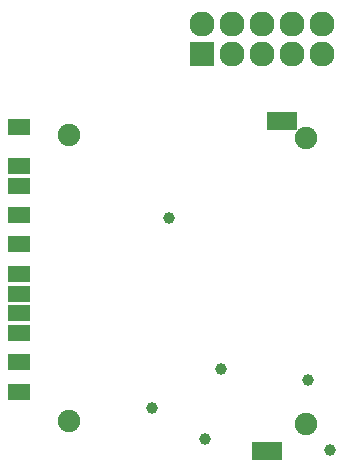
<source format=gbs>
G04 #@! TF.FileFunction,Soldermask,Bot*
%FSLAX46Y46*%
G04 Gerber Fmt 4.6, Leading zero omitted, Abs format (unit mm)*
G04 Created by KiCad (PCBNEW 4.0.2-stable) date 27.07.2016 22:22:32*
%MOMM*%
G01*
G04 APERTURE LIST*
%ADD10C,0.100000*%
%ADD11C,1.000000*%
%ADD12C,1.900000*%
%ADD13R,2.127200X2.127200*%
%ADD14O,2.127200X2.127200*%
%ADD15R,1.900000X1.400000*%
%ADD16R,2.600000X1.600000*%
G04 APERTURE END LIST*
D10*
D11*
X96600000Y-131700000D03*
X90750000Y-135000000D03*
X103900000Y-132650000D03*
X105800000Y-138500000D03*
X92200000Y-118900000D03*
D12*
X83700000Y-136100000D03*
X83700000Y-111900000D03*
D13*
X95000000Y-105000000D03*
D14*
X95000000Y-102460000D03*
X97540000Y-105000000D03*
X97540000Y-102460000D03*
X100080000Y-105000000D03*
X100080000Y-102460000D03*
X102620000Y-105000000D03*
X102620000Y-102460000D03*
X105160000Y-105000000D03*
X105160000Y-102460000D03*
D15*
X79500000Y-131125000D03*
X79500000Y-128625000D03*
X79500000Y-125325000D03*
X79500000Y-123625000D03*
X79500000Y-121125000D03*
X79500000Y-118625000D03*
X79500000Y-116200000D03*
X79500000Y-114500000D03*
X79500000Y-133625000D03*
X79500000Y-126975000D03*
X79500000Y-111150000D03*
D16*
X100500000Y-138650000D03*
X101700000Y-110650000D03*
D12*
X103800000Y-136350000D03*
X103800000Y-112150000D03*
D11*
X95200000Y-137600000D03*
M02*

</source>
